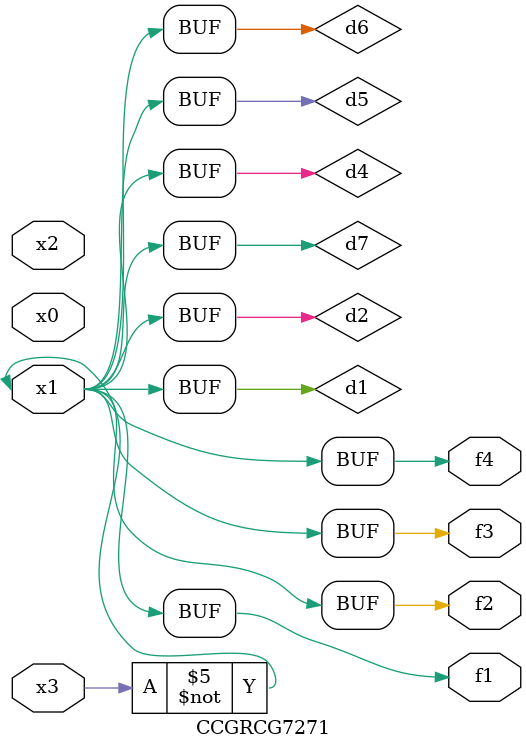
<source format=v>
module CCGRCG7271(
	input x0, x1, x2, x3,
	output f1, f2, f3, f4
);

	wire d1, d2, d3, d4, d5, d6, d7;

	not (d1, x3);
	buf (d2, x1);
	xnor (d3, d1, d2);
	nor (d4, d1);
	buf (d5, d1, d2);
	buf (d6, d4, d5);
	nand (d7, d4);
	assign f1 = d6;
	assign f2 = d7;
	assign f3 = d6;
	assign f4 = d6;
endmodule

</source>
